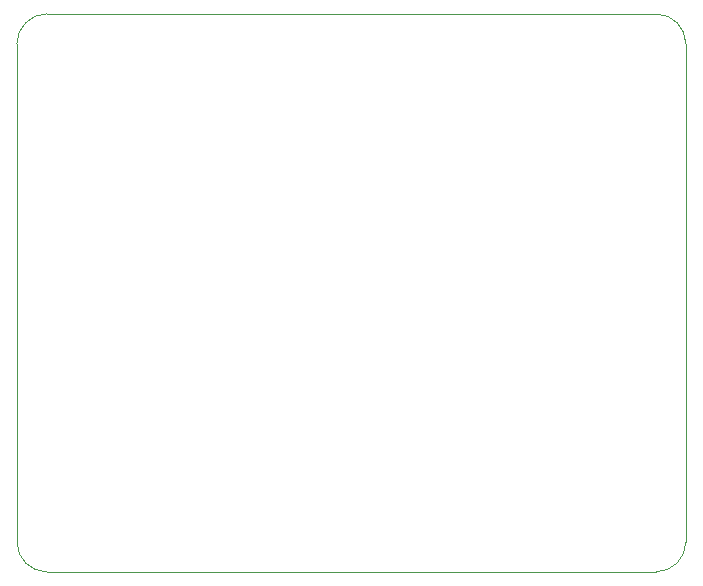
<source format=gbr>
%TF.GenerationSoftware,Altium Limited,Altium Designer,24.6.1 (21)*%
G04 Layer_Color=0*
%FSLAX45Y45*%
%MOMM*%
%TF.SameCoordinates,C5CCA8AA-8E71-476F-B662-92032E94D40D*%
%TF.FilePolarity,Positive*%
%TF.FileFunction,Profile,NP*%
%TF.Part,Single*%
G01*
G75*
%TA.AperFunction,Profile*%
%ADD80C,0.02540*%
D80*
X4203700Y9169400D02*
G02*
X3949700Y9423400I0J254000D01*
G01*
X3949699Y13639799D01*
D02*
G02*
X4203700Y13893800I254000J-1D01*
G01*
X9359900D01*
D02*
G02*
X9613900Y13639799I0J-254000D01*
G01*
Y9423400D01*
D02*
G02*
X9359900Y9169400I-254000J0D01*
G01*
X4203700D01*
%TF.MD5,3f1a0b03753492448de78cf9ffb2a156*%
M02*

</source>
